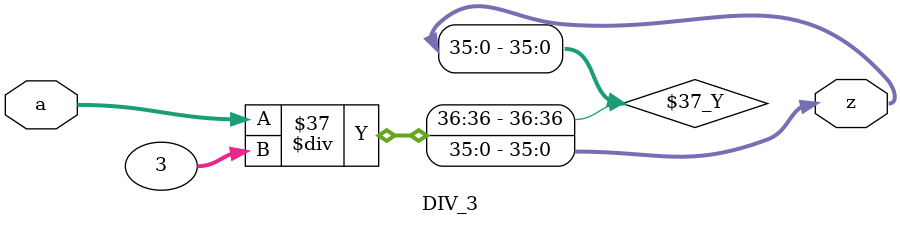
<source format=v>

`ifdef RTL
	`include "GATED_OR.v"
`else
	`include "Netlist/GATED_OR_SYN.v"
`endif
// synopsys translate_on

module SAD(
    //Input signals
    clk,
    rst_n,
    cg_en,
    in_valid,
	in_data1,
    T,
    in_data2,
    w_Q,
    w_K,
    w_V,

    //Output signals
    out_valid,
    out_data
    );

input clk;
input rst_n;
input in_valid;
input cg_en;
input signed [5:0] in_data1;
input [3:0] T;
input signed [7:0] in_data2;
input signed [7:0] w_Q;
input signed [7:0] w_K;
input signed [7:0] w_V;

output reg out_valid;
output reg signed [91:0] out_data;

//==============================================//
//       parameter & integer declaration        //
//==============================================//
parameter d_model = 'd8;

genvar k;

//==============================================//
//           reg & wire declaration             //
//==============================================//

reg [8:0] cnt_clk, next_cnt_clk;  // 0 ~ 307 (9 bits)
reg [6:0] handle_cycles_t8;   // 1*8 or 4*8 or 8*8 = 8 ~ 64
reg [6:0] handle_cycles_tt;   // 1*1 or 4*4 or 8*8 = 1 ~ 64
reg [8:0] QK_start_cycle;
reg [8:0] SV_start_cycle;
reg [8:0] out_start_cycle;
reg [8:0] end_cycle;     // max = 307 ??

// ----------------- input buffer -----------------
wire in_data1_valid, in_data2_valid, Q_valid, K_valid, V_valid;

reg signed [5:0] in_data1_reg [0:15];
reg [3:0] T_reg;
wire signed [7:0] in_data2_reg [0:63];
wire signed [7:0] w_Q_reg [0:63];
wire signed [7:0] w_K_reg [0:63];
wire signed [7:0] w_V_reg [0:63];

// ----------------- det -----------------
reg [3:0] det_cnt;    // 0 ~ 11
wire is_det;
reg  is_det_d1, is_det_d2, is_det_d3;

reg signed [20:0] det_tmp;   // 21-bit
reg signed [24:0] det_result;

// ----------------- matrix multiply -----------------
reg [4:0] mult_cnt_small;   // 0~191
reg [4:0] mult_cnt_small_d1;
wire is_multiplying;
wire Q_mult, K_mult, V_mult;
reg  Q_mult_d1, K_mult_d1, V_mult_d1;

wire signed [7:0] w_Q_transpose [0:63];
wire signed [7:0] w_K_transpose [0:63];
wire signed [7:0] w_V_transpose [0:63];

wire is_QK;
reg [5:0] mult_cnt_QK, mult_cnt_QK_d1, mult_cnt_QK_d2, mult_cnt_QK_d3;

reg signed [37:0] A_tmp;     // 38-bit
wire signed [36:0] A_pos;     // 37-bit

reg [36:0] div_a;   // 37-bit, all positive, unsigned
reg [35:0] div_z;   // 36-bit

reg signed [36:0] S_reg [0:63];

wire is_SV;
reg is_SV_d1;
reg [7:0] mult_cnt_SV;   // 0~191

wire signed [18:0] V_transpose [0:63];

// ----------------- mult -----------------
reg signed [7:0]  mult_s1_a [0:7];
reg signed [7:0]  mult_s1_b [0:7];
reg signed [15:0] mult_s1_z [0:7];

reg signed [7:0]  mult_s2_a [0:7];
reg signed [7:0]  mult_s2_b [0:7];
reg signed [15:0] mult_s2_z [0:7];

reg signed [18:0] mult_b_a [0:7];
wire signed [36:0] mult_b_b [0:7];
reg signed [53:0] mult_b_z [0:7];

reg signed [24:0] mult_f_a;
reg signed [53:0] mult_f_b;
reg signed [91:0] mult_f_z;

wire signed [18:0] Q_reg [0:63], K_reg [0:63], V_reg [0:63];     // 19-bit

//==============================================//
//                  design                      //
//==============================================//

wire the_end = (cnt_clk == end_cycle);

// reg [8:0] cnt_clk;  // 0 ~ 307 (9 bits)
always @(posedge clk or negedge rst_n) begin
	if (!rst_n) cnt_clk <= 7'b0;
	else cnt_clk <= next_cnt_clk;
end

// reg [8:0] next_cnt_clk;  // 0 ~ 307 (9 bits)
always @(*) begin
    next_cnt_clk = cnt_clk;
    if      (the_end)                    next_cnt_clk = 9'b0;
    else if (cnt_clk > 9'b0 || in_valid) next_cnt_clk = cnt_clk + 9'd1;
end

// ----------------- input -----------------

// wire in_data1_valid, in_data2_valid, Q_valid, K_valid, V_valid;
assign in_data1_valid = in_valid && cnt_clk < 9'd16;
assign in_data2_valid = in_valid && cnt_clk < ({3'd0, T_reg} << 3);
assign Q_valid = in_valid &&                     cnt_clk < 9'd64;
assign K_valid = in_valid && cnt_clk > 9'd63  && cnt_clk < 9'd128;
assign V_valid = in_valid && cnt_clk > 9'd127 && cnt_clk < 9'd192;

// reg [3:0] T_reg;
always @(posedge clk or negedge rst_n) begin
    if      (!rst_n)                      T_reg <= 4'd0;
    else if (in_valid && cnt_clk == 9'd0) T_reg <= T;
end

// reg [6:0] handle_cycles_t8;   // 1*8 or 4*8 or 8*8 = 8 ~ 64
always @(*) begin
    case (T_reg)
        1:       handle_cycles_t8 = 7'd8;
        4:       handle_cycles_t8 = 7'd32;
        default: handle_cycles_t8 = 7'd64;
    endcase
end
// reg [6:0] handle_cycles_tt;   // 1*1 or 4*4 or 8*8 = 1 ~ 64
always @(*) begin
    case (T_reg)
        1:       handle_cycles_tt = 7'd1;
        4:       handle_cycles_tt = 7'd32;
        default: handle_cycles_tt = 7'd64;
    endcase
end

// reg [8:0] QK_start_cycle;
always @(*) begin
    case (T_reg)
        1:       QK_start_cycle = 9'd190;
        4:       QK_start_cycle = 9'd148;
        default: QK_start_cycle = 9'd148;
    endcase
end

// reg [8:0] SV_start_cycle;
always @(*) begin
    case (T_reg)
        1:       SV_start_cycle = 9'd194;
        4:       SV_start_cycle = 9'd195;
        default: SV_start_cycle = 9'd212;
    endcase
end

// reg [8:0] out_start_cycle;
always @(*) begin
    case (T_reg)
        1:       out_start_cycle = 9'd196;
        4:       out_start_cycle = 9'd197;
        default: out_start_cycle = 9'd214;
    endcase
end

// reg [8:0] end_cycle;     // max = 307 ??
always @(*) begin
    case (T_reg)
        1:       end_cycle = 9'd204;
        4:       end_cycle = 9'd229;
        default: end_cycle = 9'd278;
    endcase
end

wire in_data1_clk;
wire in_data1_sleep = cg_en & ~(cnt_clk <= 27);
GATED_OR GATED_in_data1 (.CLOCK(clk), .SLEEP_CTRL(in_data1_sleep), .RST_N(rst_n), .CLOCK_GATED(in_data1_clk));

// reg signed [5:0] in_data1_reg [0:15];
always @(posedge in_data1_clk or negedge rst_n) begin
// always @(posedge clk or negedge rst_n) begin
    integer i;
    if (!rst_n) for (i = 0; i < 16; i  = i + 1) in_data1_reg[i] <= 6'd0;
    // ----------------- input -----------------
    else if (in_data1_valid) in_data1_reg[cnt_clk] <= in_data1;
    // -------------- determinent --------------
    else if (is_det) begin
        in_data1_reg[0] <= in_data1_reg[1];
        in_data1_reg[1] <= in_data1_reg[2];
        in_data1_reg[2] <= in_data1_reg[3];
        in_data1_reg[3] <= in_data1_reg[0];

        in_data1_reg[4] <= in_data1_reg[5];
        in_data1_reg[5] <= in_data1_reg[6];
        in_data1_reg[6] <= in_data1_reg[7];
        in_data1_reg[7] <= in_data1_reg[4];
        
        in_data1_reg[8] <= in_data1_reg[9];
        in_data1_reg[9] <= in_data1_reg[10];
        in_data1_reg[10] <= in_data1_reg[11];
        in_data1_reg[11] <= in_data1_reg[8];

        in_data1_reg[12] <= in_data1_reg[13];
        in_data1_reg[13] <= in_data1_reg[14];
        in_data1_reg[14] <= in_data1_reg[15];
        in_data1_reg[15] <= in_data1_reg[12];
    end
end

wire in_data2_clk_h1, in_data2_clk_h2;
wire in_data2_sleep = cg_en & ~(cnt_clk < ({3'd0, T_reg} << 3)) & ~(the_end);
GATED_OR GATED_in_data2_h1 (.CLOCK(clk), .SLEEP_CTRL(in_data2_sleep), .RST_N(rst_n), .CLOCK_GATED(in_data2_clk_h1));
GATED_OR GATED_in_data2_h2 (.CLOCK(clk), .SLEEP_CTRL(in_data2_sleep), .RST_N(rst_n), .CLOCK_GATED(in_data2_clk_h2));

reg signed [7:0] in_data2_reg_h1 [0:31], in_data2_reg_h2 [32:63];

// reg signed [7:0] in_data2_reg [0:63];
always @(posedge in_data2_clk_h1 or negedge rst_n) begin
// always @(posedge clk or negedge rst_n) begin
    integer i;
    if      (!rst_n)                            for (i = 0; i < 32; i  = i + 1) in_data2_reg_h1[i] <= 8'd0;
    else if (the_end)                           for (i = 8; i < 32; i  = i + 1) in_data2_reg_h1[i] <= 8'd0;
    else if (in_data2_valid && cnt_clk < 9'd32) in_data2_reg_h1[cnt_clk] <= in_data2;
end

always @(posedge in_data2_clk_h2 or negedge rst_n) begin
// always @(posedge clk or negedge rst_n) begin
    integer i;
    if      (!rst_n)                            for (i = 32; i < 64; i  = i + 1) in_data2_reg_h2[i] <= 8'd0;
    else if (the_end)                           for (i = 32; i < 64; i  = i + 1) in_data2_reg_h2[i] <= 8'd0;
    else if (in_data2_valid && cnt_clk > 9'd31) in_data2_reg_h2[cnt_clk] <= in_data2;
end

generate
    for (k = 0; k < 32; k = k + 1) begin: recover_in_data2_reg
        assign in_data2_reg[k]    = in_data2_reg_h1[k];
        assign in_data2_reg[k+32] = in_data2_reg_h2[k+32];
    end
endgenerate

wire w_Q_clk_h1, w_Q_clk_h2;
wire w_K_clk_h1, w_K_clk_h2;
wire w_V_clk_h1, w_V_clk_h2;
wire w_Q_sleep = cg_en & ~(cnt_clk < 9'd64);
wire w_K_sleep = cg_en & ~(cnt_clk > 9'd63  && cnt_clk < 9'd128);
wire w_V_sleep = cg_en & ~(cnt_clk > 9'd127 && cnt_clk < 9'd192);
GATED_OR GATED_w_Q_h1 (.CLOCK(clk), .SLEEP_CTRL(w_Q_sleep), .RST_N(rst_n), .CLOCK_GATED(w_Q_clk_h1));
GATED_OR GATED_w_K_h1 (.CLOCK(clk), .SLEEP_CTRL(w_K_sleep), .RST_N(rst_n), .CLOCK_GATED(w_K_clk_h1));
GATED_OR GATED_w_V_h1 (.CLOCK(clk), .SLEEP_CTRL(w_V_sleep), .RST_N(rst_n), .CLOCK_GATED(w_V_clk_h1));
GATED_OR GATED_w_Q_h2 (.CLOCK(clk), .SLEEP_CTRL(w_Q_sleep), .RST_N(rst_n), .CLOCK_GATED(w_Q_clk_h2));
GATED_OR GATED_w_K_h2 (.CLOCK(clk), .SLEEP_CTRL(w_K_sleep), .RST_N(rst_n), .CLOCK_GATED(w_K_clk_h2));
GATED_OR GATED_w_V_h2 (.CLOCK(clk), .SLEEP_CTRL(w_V_sleep), .RST_N(rst_n), .CLOCK_GATED(w_V_clk_h2));

reg signed [7:0] w_Q_reg_h1 [0:31], w_Q_reg_h2 [32:63];
reg signed [7:0] w_K_reg_h1 [0:31], w_K_reg_h2 [32:63];
reg signed [7:0] w_V_reg_h1 [0:31], w_V_reg_h2 [32:63];

generate
    for (k = 0; k < 32; k = k + 1) begin: recover_w_QKV_reg
        assign w_Q_reg[k] = w_Q_reg_h1[k];
        assign w_K_reg[k] = w_K_reg_h1[k];
        assign w_V_reg[k] = w_V_reg_h1[k];
        assign w_Q_reg[k+32] = w_Q_reg_h2[k+32];
        assign w_K_reg[k+32] = w_K_reg_h2[k+32];
        assign w_V_reg[k+32] = w_V_reg_h2[k+32];
    end
endgenerate

// reg signed [7:0] w_Q_reg [0:63];
always @(posedge w_Q_clk_h1 or negedge rst_n) begin
    integer i;
    if      (!rst_n)  for (i = 0; i < 32; i = i + 1) w_Q_reg_h1[i] <= 8'd0;
    else if (Q_valid && cnt_clk[5:0] < 6'd32) w_Q_reg_h1[cnt_clk[5:0]] <= w_Q;
end
always @(posedge w_Q_clk_h2 or negedge rst_n) begin
    integer i;
    if      (!rst_n)  for (i = 32; i < 64; i = i + 1) w_Q_reg_h2[i] <= 8'd0;
    else if (Q_valid && cnt_clk[5:0] > 6'd31) w_Q_reg_h2[cnt_clk[5:0]] <= w_Q;
end

// reg signed [7:0] w_K_reg [0:63];
always @(posedge w_K_clk_h1 or negedge rst_n) begin
    integer i;
    if      (!rst_n)  for (i = 0; i < 32; i = i + 1) w_K_reg_h1[i] <= 8'd0;
    else if (K_valid && cnt_clk[5:0] < 6'd32) w_K_reg_h1[cnt_clk[5:0]] <= w_K;
end
always @(posedge w_K_clk_h2 or negedge rst_n) begin
    integer i;
    if      (!rst_n)  for (i = 32; i < 64; i = i + 1) w_K_reg_h2[i] <= 8'd0;
    else if (K_valid && cnt_clk[5:0] > 6'd31) w_K_reg_h2[cnt_clk[5:0]] <= w_K;
end

// reg signed [7:0] w_V_reg [0:63];
always @(posedge w_V_clk_h1 or negedge rst_n) begin
    integer i;
    if      (!rst_n)  for (i = 0; i < 32; i = i + 1) w_V_reg_h1[i] <= 8'd0;
    else if (V_valid && cnt_clk[5:0] < 6'd32) w_V_reg_h1[cnt_clk[5:0]] <= w_V;
end
always @(posedge w_V_clk_h2 or negedge rst_n) begin
    integer i;
    if      (!rst_n)  for (i = 32; i < 64; i = i + 1) w_V_reg_h2[i] <= 8'd0;
    else if (V_valid && cnt_clk[5:0] > 6'd31) w_V_reg_h2[cnt_clk[5:0]] <= w_V;
end

// -------------- determinent --------------

wire det_cnt_clk;
wire det_cnt_sleep = cg_en & ~(is_det) & ~(the_end);
GATED_OR GATED_det_cnt (.CLOCK(clk), .SLEEP_CTRL(det_cnt_sleep), .RST_N(rst_n), .CLOCK_GATED(det_cnt_clk));

// reg [3:0] det_cnt;    // 0 ~ 11
always @(posedge det_cnt_clk or negedge rst_n) begin
// always @(posedge clk or negedge rst_n) begin
    if      (!rst_n) det_cnt <= 4'd0;
    else if (is_det) det_cnt <= det_cnt + 4'd1;
    else if (the_end) det_cnt <= 4'd0;
end

// wire is_det;
assign is_det = (cnt_clk >= 9'd16 && cnt_clk <= 9'd27);

wire is_det_d_clk;
wire is_det_d_sleep = cg_en & ~(cnt_clk >= 9'd16 && cnt_clk <= 9'd30);
GATED_OR GATED_is_det_d (.CLOCK(clk), .SLEEP_CTRL(is_det_d_sleep), .RST_N(rst_n), .CLOCK_GATED(is_det_d_clk));

// reg is_det_d1, is_det_d2, is_det_d3;
always @(posedge is_det_d_clk or negedge rst_n) begin
// always @(posedge clk or negedge rst_n) begin
    if (!rst_n) begin
        is_det_d1 <= 1'b0;
        is_det_d2 <= 1'b0;
        is_det_d3 <= 1'b0;
    end
    else begin
        is_det_d1 <= is_det;
        is_det_d2 <= is_det_d1;
        is_det_d3 <= is_det_d2;
    end
end

// + a0 a5 a10 a15
// - a1 a6 a11 a12
// + a2 a7 a8  a13
// - a3 a4 a9  a14

// + a0 a6 a11 a13
// - a1 a7 a8  a14
// + a2 a4 a9  a15
// - a3 a5 a10 a12

// + a0 a7 a9  a14
// - a1 a4 a10 a15
// + a2 a5 a11 a12
// - a3 a6 a8  a13

//--------------------

// - a0 a7 a10 a13
// + a1 a4 a11 a14 
// - a2 a5 a8  a15
// + a3 a6 a9  a12

// - a0 a5 a11 a14
// + a1 a6 a8  a15 
// - a2 a7 a9  a12
// + a3 a4 a10 a13 

// - a0 a6 a9  a15
// + a1 a7 a10 a12
// - a2 a4 a11 a13 
// + a3 a5 a8  a14

wire mult_s1_clk, mult_s2_clk;
wire mult_s1_sleep = cg_en & ~is_det & ~Q_mult & ~K_mult & ~V_mult & ~(the_end);
wire mult_s2_sleep = cg_en           & ~Q_mult & ~K_mult & ~V_mult & ~(the_end);
GATED_OR GATED_mult_s1 (.CLOCK(clk), .SLEEP_CTRL(mult_s1_sleep), .RST_N(rst_n), .CLOCK_GATED(mult_s1_clk));
GATED_OR GATED_mult_s2 (.CLOCK(clk), .SLEEP_CTRL(mult_s2_sleep), .RST_N(rst_n), .CLOCK_GATED(mult_s2_clk));

// reg signed [7:0] mult_s_a[0:7], mult_s_b[0:7]
always @(posedge mult_s1_clk or negedge rst_n) begin
// always @(posedge clk or negedge rst_n) begin
    integer i;
    if (!rst_n) begin
        for (i = 0; i < 8; i = i + 1) begin
            mult_s1_a[i] <= 8'd0;
            mult_s1_b[i] <= 8'd0;
        end
    end
    else if (is_det) begin
        case (det_cnt[3:2])
            2'd1: begin
                // -
                mult_s1_a[0] <= {{2{in_data1_reg[0][5]}},  in_data1_reg[0]};
                mult_s1_b[0] <= {{2{in_data1_reg[6][5]}},  in_data1_reg[6]};
                mult_s1_a[1] <= {{2{in_data1_reg[11][5]}}, in_data1_reg[11]};
                mult_s1_b[1] <= {{2{in_data1_reg[13][5]}}, in_data1_reg[13]};
                // +
                
                mult_s1_a[2] <= {{2{in_data1_reg[0][5]}},  in_data1_reg[0]};
                mult_s1_b[2] <= {{2{in_data1_reg[5][5]}},  in_data1_reg[5]};
                mult_s1_a[3] <= {{2{in_data1_reg[11][5]}}, in_data1_reg[11]};
                mult_s1_b[3] <= {{2{in_data1_reg[14][5]}}, in_data1_reg[14]};
            end
            2'd2: begin
                // +
                mult_s1_a[0] <= {{2{in_data1_reg[0][5]}},  in_data1_reg[0]};
                mult_s1_b[0] <= {{2{in_data1_reg[7][5]}},  in_data1_reg[7]};
                mult_s1_a[1] <= {{2{in_data1_reg[9][5]}},  in_data1_reg[9]};
                mult_s1_b[1] <= {{2{in_data1_reg[14][5]}}, in_data1_reg[14]};
                // -
                mult_s1_a[2] <= {{2{in_data1_reg[0][5]}},  in_data1_reg[0]};
                mult_s1_b[2] <= {{2{in_data1_reg[6][5]}},  in_data1_reg[6]};
                mult_s1_a[3] <= {{2{in_data1_reg[9][5]}},  in_data1_reg[9]};
                mult_s1_b[3] <= {{2{in_data1_reg[15][5]}}, in_data1_reg[15]};
            end
            default: begin      // 0 or 3
                // -
                mult_s1_a[0] <= {{2{in_data1_reg[0][5]}},  in_data1_reg[0]};
                mult_s1_b[0] <= {{2{in_data1_reg[5][5]}},  in_data1_reg[5]};
                mult_s1_a[1] <= {{2{in_data1_reg[10][5]}}, in_data1_reg[10]};
                mult_s1_b[1] <= {{2{in_data1_reg[15][5]}}, in_data1_reg[15]};
                // +
                mult_s1_a[2] <= {{2{in_data1_reg[0][5]}},  in_data1_reg[0]};
                mult_s1_b[2] <= {{2{in_data1_reg[7][5]}},  in_data1_reg[7]};
                mult_s1_a[3] <= {{2{in_data1_reg[10][5]}}, in_data1_reg[10]};
                mult_s1_b[3] <= {{2{in_data1_reg[13][5]}}, in_data1_reg[13]};
            end
        endcase
    end
    else if (Q_mult) begin
        mult_s1_a[0] <= in_data2_reg[{mult_cnt_small[4:3], 4'd0}];
        mult_s1_a[1] <= in_data2_reg[{mult_cnt_small[4:3], 4'd1}];
        mult_s1_a[2] <= in_data2_reg[{mult_cnt_small[4:3], 4'd2}];
        mult_s1_a[3] <= in_data2_reg[{mult_cnt_small[4:3], 4'd3}];
        mult_s1_a[4] <= in_data2_reg[{mult_cnt_small[4:3], 4'd4}];
        mult_s1_a[5] <= in_data2_reg[{mult_cnt_small[4:3], 4'd5}];
        mult_s1_a[6] <= in_data2_reg[{mult_cnt_small[4:3], 4'd6}];
        mult_s1_a[7] <= in_data2_reg[{mult_cnt_small[4:3], 4'd7}];

        mult_s1_b[0] <= w_Q_transpose[{mult_cnt_small[2:0], 3'd0}];
        mult_s1_b[1] <= w_Q_transpose[{mult_cnt_small[2:0], 3'd1}];
        mult_s1_b[2] <= w_Q_transpose[{mult_cnt_small[2:0], 3'd2}];
        mult_s1_b[3] <= w_Q_transpose[{mult_cnt_small[2:0], 3'd3}];
        mult_s1_b[4] <= w_Q_transpose[{mult_cnt_small[2:0], 3'd4}];
        mult_s1_b[5] <= w_Q_transpose[{mult_cnt_small[2:0], 3'd5}];
        mult_s1_b[6] <= w_Q_transpose[{mult_cnt_small[2:0], 3'd6}];
        mult_s1_b[7] <= w_Q_transpose[{mult_cnt_small[2:0], 3'd7}];
    end
    else if (K_mult) begin
        mult_s1_a[0] <= in_data2_reg[{mult_cnt_small[4:3], 4'd0}];
        mult_s1_a[1] <= in_data2_reg[{mult_cnt_small[4:3], 4'd1}];
        mult_s1_a[2] <= in_data2_reg[{mult_cnt_small[4:3], 4'd2}];
        mult_s1_a[3] <= in_data2_reg[{mult_cnt_small[4:3], 4'd3}];
        mult_s1_a[4] <= in_data2_reg[{mult_cnt_small[4:3], 4'd4}];
        mult_s1_a[5] <= in_data2_reg[{mult_cnt_small[4:3], 4'd5}];
        mult_s1_a[6] <= in_data2_reg[{mult_cnt_small[4:3], 4'd6}];
        mult_s1_a[7] <= in_data2_reg[{mult_cnt_small[4:3], 4'd7}];

        mult_s1_b[0] <= w_K_transpose[{mult_cnt_small[2:0], 3'd0}];
        mult_s1_b[1] <= w_K_transpose[{mult_cnt_small[2:0], 3'd1}];
        mult_s1_b[2] <= w_K_transpose[{mult_cnt_small[2:0], 3'd2}];
        mult_s1_b[3] <= w_K_transpose[{mult_cnt_small[2:0], 3'd3}];
        mult_s1_b[4] <= w_K_transpose[{mult_cnt_small[2:0], 3'd4}];
        mult_s1_b[5] <= w_K_transpose[{mult_cnt_small[2:0], 3'd5}];
        mult_s1_b[6] <= w_K_transpose[{mult_cnt_small[2:0], 3'd6}];
        mult_s1_b[7] <= w_K_transpose[{mult_cnt_small[2:0], 3'd7}];
    end
    else if (V_mult) begin
        mult_s1_a[0] <= in_data2_reg[{mult_cnt_small[4:3], 4'd0}];
        mult_s1_a[1] <= in_data2_reg[{mult_cnt_small[4:3], 4'd1}];
        mult_s1_a[2] <= in_data2_reg[{mult_cnt_small[4:3], 4'd2}];
        mult_s1_a[3] <= in_data2_reg[{mult_cnt_small[4:3], 4'd3}];
        mult_s1_a[4] <= in_data2_reg[{mult_cnt_small[4:3], 4'd4}];
        mult_s1_a[5] <= in_data2_reg[{mult_cnt_small[4:3], 4'd5}];
        mult_s1_a[6] <= in_data2_reg[{mult_cnt_small[4:3], 4'd6}];
        mult_s1_a[7] <= in_data2_reg[{mult_cnt_small[4:3], 4'd7}];

        mult_s1_b[0] <= w_V_transpose[{mult_cnt_small[2:0], 3'd0}];
        mult_s1_b[1] <= w_V_transpose[{mult_cnt_small[2:0], 3'd1}];
        mult_s1_b[2] <= w_V_transpose[{mult_cnt_small[2:0], 3'd2}];
        mult_s1_b[3] <= w_V_transpose[{mult_cnt_small[2:0], 3'd3}];
        mult_s1_b[4] <= w_V_transpose[{mult_cnt_small[2:0], 3'd4}];
        mult_s1_b[5] <= w_V_transpose[{mult_cnt_small[2:0], 3'd5}];
        mult_s1_b[6] <= w_V_transpose[{mult_cnt_small[2:0], 3'd6}];
        mult_s1_b[7] <= w_V_transpose[{mult_cnt_small[2:0], 3'd7}];
    end
    else if (the_end) begin
        for (i = 0; i < 8; i = i + 1) begin
            mult_s1_a[i] <= 8'd0;
            mult_s1_b[i] <= 8'd0;
        end
    end
end
// reg signed [7:0] mult_s_a[0:7], mult_s_b[0:7]
always @(posedge mult_s2_clk or negedge rst_n) begin
// always @(posedge clk or negedge rst_n) begin
    integer i;
    if (!rst_n) begin
        for (i = 0; i < 8; i = i + 1) begin
            mult_s2_a[i] <= 8'd0;
            mult_s2_b[i] <= 8'd0;
        end
    end
    else if (Q_mult) begin
        mult_s2_a[0] <= in_data2_reg[{mult_cnt_small[4:3], 1'b1, 3'd0}];
        mult_s2_a[1] <= in_data2_reg[{mult_cnt_small[4:3], 1'b1, 3'd1}];
        mult_s2_a[2] <= in_data2_reg[{mult_cnt_small[4:3], 1'b1, 3'd2}];
        mult_s2_a[3] <= in_data2_reg[{mult_cnt_small[4:3], 1'b1, 3'd3}];
        mult_s2_a[4] <= in_data2_reg[{mult_cnt_small[4:3], 1'b1, 3'd4}];
        mult_s2_a[5] <= in_data2_reg[{mult_cnt_small[4:3], 1'b1, 3'd5}];
        mult_s2_a[6] <= in_data2_reg[{mult_cnt_small[4:3], 1'b1, 3'd6}];
        mult_s2_a[7] <= in_data2_reg[{mult_cnt_small[4:3], 1'b1, 3'd7}];

        mult_s2_b[0] <= w_Q_transpose[{mult_cnt_small[2:0], 3'd0}];
        mult_s2_b[1] <= w_Q_transpose[{mult_cnt_small[2:0], 3'd1}];
        mult_s2_b[2] <= w_Q_transpose[{mult_cnt_small[2:0], 3'd2}];
        mult_s2_b[3] <= w_Q_transpose[{mult_cnt_small[2:0], 3'd3}];
        mult_s2_b[4] <= w_Q_transpose[{mult_cnt_small[2:0], 3'd4}];
        mult_s2_b[5] <= w_Q_transpose[{mult_cnt_small[2:0], 3'd5}];
        mult_s2_b[6] <= w_Q_transpose[{mult_cnt_small[2:0], 3'd6}];
        mult_s2_b[7] <= w_Q_transpose[{mult_cnt_small[2:0], 3'd7}];
    end
    else if (K_mult) begin
        mult_s2_a[0] <= in_data2_reg[{mult_cnt_small[4:3], 1'b1, 3'd0}];
        mult_s2_a[1] <= in_data2_reg[{mult_cnt_small[4:3], 1'b1, 3'd1}];
        mult_s2_a[2] <= in_data2_reg[{mult_cnt_small[4:3], 1'b1, 3'd2}];
        mult_s2_a[3] <= in_data2_reg[{mult_cnt_small[4:3], 1'b1, 3'd3}];
        mult_s2_a[4] <= in_data2_reg[{mult_cnt_small[4:3], 1'b1, 3'd4}];
        mult_s2_a[5] <= in_data2_reg[{mult_cnt_small[4:3], 1'b1, 3'd5}];
        mult_s2_a[6] <= in_data2_reg[{mult_cnt_small[4:3], 1'b1, 3'd6}];
        mult_s2_a[7] <= in_data2_reg[{mult_cnt_small[4:3], 1'b1, 3'd7}];

        mult_s2_b[0] <= w_K_transpose[{mult_cnt_small[2:0], 3'd0}];
        mult_s2_b[1] <= w_K_transpose[{mult_cnt_small[2:0], 3'd1}];
        mult_s2_b[2] <= w_K_transpose[{mult_cnt_small[2:0], 3'd2}];
        mult_s2_b[3] <= w_K_transpose[{mult_cnt_small[2:0], 3'd3}];
        mult_s2_b[4] <= w_K_transpose[{mult_cnt_small[2:0], 3'd4}];
        mult_s2_b[5] <= w_K_transpose[{mult_cnt_small[2:0], 3'd5}];
        mult_s2_b[6] <= w_K_transpose[{mult_cnt_small[2:0], 3'd6}];
        mult_s2_b[7] <= w_K_transpose[{mult_cnt_small[2:0], 3'd7}];
    end
    else if (V_mult) begin
        mult_s2_a[0] <= in_data2_reg[{mult_cnt_small[4:3], 1'b1, 3'd0}];
        mult_s2_a[1] <= in_data2_reg[{mult_cnt_small[4:3], 1'b1, 3'd1}];
        mult_s2_a[2] <= in_data2_reg[{mult_cnt_small[4:3], 1'b1, 3'd2}];
        mult_s2_a[3] <= in_data2_reg[{mult_cnt_small[4:3], 1'b1, 3'd3}];
        mult_s2_a[4] <= in_data2_reg[{mult_cnt_small[4:3], 1'b1, 3'd4}];
        mult_s2_a[5] <= in_data2_reg[{mult_cnt_small[4:3], 1'b1, 3'd5}];
        mult_s2_a[6] <= in_data2_reg[{mult_cnt_small[4:3], 1'b1, 3'd6}];
        mult_s2_a[7] <= in_data2_reg[{mult_cnt_small[4:3], 1'b1, 3'd7}];

        mult_s2_b[0] <= w_V_transpose[{mult_cnt_small[2:0], 3'd0}];
        mult_s2_b[1] <= w_V_transpose[{mult_cnt_small[2:0], 3'd1}];
        mult_s2_b[2] <= w_V_transpose[{mult_cnt_small[2:0], 3'd2}];
        mult_s2_b[3] <= w_V_transpose[{mult_cnt_small[2:0], 3'd3}];
        mult_s2_b[4] <= w_V_transpose[{mult_cnt_small[2:0], 3'd4}];
        mult_s2_b[5] <= w_V_transpose[{mult_cnt_small[2:0], 3'd5}];
        mult_s2_b[6] <= w_V_transpose[{mult_cnt_small[2:0], 3'd6}];
        mult_s2_b[7] <= w_V_transpose[{mult_cnt_small[2:0], 3'd7}];
    end
    else if (the_end) begin
        for (i = 0; i < 8; i = i + 1) begin
            mult_s2_a[i] <= 8'd0;
            mult_s2_b[i] <= 8'd0;
        end
    end
end

wire mult_b_a_clk, mult_b_b_clk_h1, mult_b_b_clk_h2;
wire mult_b_sleep = cg_en & ~is_det_d1 & ~is_QK & ~is_SV & ~(the_end);
// GATED_OR GATED_mult_b_a (.CLOCK(clk), .SLEEP_CTRL(mult_b_sleep), .RST_N(rst_n), .CLOCK_GATED(mult_b_a_clk));
GATED_OR GATED_mult_b_b_h1 (.CLOCK(clk), .SLEEP_CTRL(mult_b_sleep), .RST_N(rst_n), .CLOCK_GATED(mult_b_b_clk_h1));
GATED_OR GATED_mult_b_b_h2 (.CLOCK(clk), .SLEEP_CTRL(mult_b_sleep), .RST_N(rst_n), .CLOCK_GATED(mult_b_b_clk_h2));

reg signed [36:0] mult_b_b_h1[0:3], mult_b_b_h2[4:7];

generate
    for (k = 0; k < 4; k = k + 1) begin: recover_mult_b_b
        assign mult_b_b[k]   = mult_b_b_h1[k];
        assign mult_b_b[k+4] = mult_b_b_h2[k+4];
    end
endgenerate

// reg signed [18:0] mult_b_a[0:7]
// reg signed [36:0] mult_b_b[0:7]
// always @(posedge mult_b_a_clk or negedge rst_n) begin        // may wrong
always @(posedge clk or negedge rst_n) begin
    integer i;
    if (!rst_n) begin
        for (i = 0; i < 8; i = i + 1) begin
            mult_b_a[i] <= 19'd0;
        end
    end
    else if (is_det_d1) begin
        mult_b_a[0] <= {{ 3{mult_s1_z[0][15]}}, mult_s1_z[0]};
        mult_b_a[1] <= {{ 3{mult_s1_z[2][15]}}, mult_s1_z[2]};
        for (i = 2; i < 8; i = i + 1) begin
            mult_b_a[i] <= 19'd0;
        end
    end
    else if (is_QK) begin
        mult_b_a[0] <= Q_reg[{mult_cnt_QK[5:3], 3'd0}];
        mult_b_a[1] <= Q_reg[{mult_cnt_QK[5:3], 3'd1}];
        mult_b_a[2] <= Q_reg[{mult_cnt_QK[5:3], 3'd2}];
        mult_b_a[3] <= Q_reg[{mult_cnt_QK[5:3], 3'd3}];
        mult_b_a[4] <= Q_reg[{mult_cnt_QK[5:3], 3'd4}];
        mult_b_a[5] <= Q_reg[{mult_cnt_QK[5:3], 3'd5}];
        mult_b_a[6] <= Q_reg[{mult_cnt_QK[5:3], 3'd6}];
        mult_b_a[7] <= Q_reg[{mult_cnt_QK[5:3], 3'd7}];
    end
    else if (is_SV) begin
        mult_b_a[0] <= V_transpose[{mult_cnt_SV[2:0], 3'd0}];  // 19-bit
        mult_b_a[1] <= V_transpose[{mult_cnt_SV[2:0], 3'd1}];
        mult_b_a[2] <= V_transpose[{mult_cnt_SV[2:0], 3'd2}];
        mult_b_a[3] <= V_transpose[{mult_cnt_SV[2:0], 3'd3}];
        mult_b_a[4] <= V_transpose[{mult_cnt_SV[2:0], 3'd4}];
        mult_b_a[5] <= V_transpose[{mult_cnt_SV[2:0], 3'd5}];
        mult_b_a[6] <= V_transpose[{mult_cnt_SV[2:0], 3'd6}];
        mult_b_a[7] <= V_transpose[{mult_cnt_SV[2:0], 3'd7}];
    end
    else if (the_end) begin
        for (i = 0; i < 8; i = i + 1) begin
            mult_b_a[i] <= 19'd0;
        end
    end
end
always @(posedge mult_b_b_clk_h1 or negedge rst_n) begin
// always @(posedge clk or negedge rst_n) begin
    integer i;
    if (!rst_n) begin
        for (i = 0; i < 4; i = i + 1) begin
            mult_b_b_h1[i] <= 37'd0;
        end
    end
    else if (is_det_d1) begin
        mult_b_b_h1[0] <= {{21{mult_s1_z[1][15]}}, mult_s1_z[1]};
        mult_b_b_h1[1] <= {{21{mult_s1_z[3][15]}}, mult_s1_z[3]};
        mult_b_b_h1[2] <= 37'd0;
        mult_b_b_h1[3] <= 37'd0;
    end
    else if (is_QK) begin
        mult_b_b_h1[0] <= {{18{K_reg[{mult_cnt_QK[2:0], 3'd0}][18]}}, K_reg[{mult_cnt_QK[2:0], 3'd0}]};
        mult_b_b_h1[1] <= {{18{K_reg[{mult_cnt_QK[2:0], 3'd1}][18]}}, K_reg[{mult_cnt_QK[2:0], 3'd1}]};
        mult_b_b_h1[2] <= {{18{K_reg[{mult_cnt_QK[2:0], 3'd2}][18]}}, K_reg[{mult_cnt_QK[2:0], 3'd2}]};
        mult_b_b_h1[3] <= {{18{K_reg[{mult_cnt_QK[2:0], 3'd3}][18]}}, K_reg[{mult_cnt_QK[2:0], 3'd3}]};
    end
    else if (is_SV) begin
        mult_b_b_h1[0] <= S_reg[{mult_cnt_SV[5:3], 3'd0}];        // 37-bit
        mult_b_b_h1[1] <= S_reg[{mult_cnt_SV[5:3], 3'd1}];
        mult_b_b_h1[2] <= S_reg[{mult_cnt_SV[5:3], 3'd2}];
        mult_b_b_h1[3] <= S_reg[{mult_cnt_SV[5:3], 3'd3}];
    end
    else if (the_end) begin
        for (i = 0; i < 4; i = i + 1) begin
            mult_b_b_h1[i] <= 37'd0;
        end
    end
end
always @(posedge mult_b_b_clk_h2 or negedge rst_n) begin
// always @(posedge clk or negedge rst_n) begin
    integer i;
    if (!rst_n) begin
        for (i = 4; i < 8; i = i + 1) begin
            mult_b_b_h2[i] <= 37'd0;
        end
    end
    else if (is_det_d1) begin
        mult_b_b_h2[4] <= 37'd0;
        mult_b_b_h2[5] <= 37'd0;
        mult_b_b_h2[6] <= 37'd0;
        mult_b_b_h2[7] <= 37'd0;
    end
    else if (is_QK) begin
        mult_b_b_h2[4] <= {{18{K_reg[{mult_cnt_QK[2:0], 3'd4}][18]}}, K_reg[{mult_cnt_QK[2:0], 3'd4}]};
        mult_b_b_h2[5] <= {{18{K_reg[{mult_cnt_QK[2:0], 3'd5}][18]}}, K_reg[{mult_cnt_QK[2:0], 3'd5}]};
        mult_b_b_h2[6] <= {{18{K_reg[{mult_cnt_QK[2:0], 3'd6}][18]}}, K_reg[{mult_cnt_QK[2:0], 3'd6}]};
        mult_b_b_h2[7] <= {{18{K_reg[{mult_cnt_QK[2:0], 3'd7}][18]}}, K_reg[{mult_cnt_QK[2:0], 3'd7}]};
    end
    else if (is_SV) begin
        mult_b_b_h2[4] <= S_reg[{mult_cnt_SV[5:3], 3'd4}];
        mult_b_b_h2[5] <= S_reg[{mult_cnt_SV[5:3], 3'd5}];
        mult_b_b_h2[6] <= S_reg[{mult_cnt_SV[5:3], 3'd6}];
        mult_b_b_h2[7] <= S_reg[{mult_cnt_SV[5:3], 3'd7}];
    end
    else if (the_end) begin
        for (i = 4; i < 8; i = i + 1) begin
            mult_b_b_h2[i] <= 37'd0;
        end
    end
end

// reg signed [20:0] det_tmp;   // 21-bit
always @(posedge clk or negedge rst_n) begin
    if      (!rst_n)     det_tmp <= 21'd0;
    else if (is_det_d2) begin
        if (~cnt_clk[0]) det_tmp <= mult_b_z[0] - mult_b_z[1];
        else             det_tmp <= mult_b_z[1] - mult_b_z[0];
    end
end

// reg signed [24:0] det_result;
always @(posedge clk or negedge rst_n) begin
    if      (!rst_n)    det_result <= 25'd0;
    else if (is_det_d3) det_result <= det_result + det_tmp;
    else if (the_end)   det_result <= 25'd0;
end

// -------------- attention --------------

assign Q_mult = cnt_clk >= 9'd57  && cnt_clk <= 9'd88;
assign K_mult = cnt_clk >= 9'd121 && cnt_clk <= 9'd152;
assign V_mult = cnt_clk >= 9'd185 && cnt_clk < (T_reg[0] ? 9'd193 : (9'd185 + (handle_cycles_t8>>1)));

// reg Q_mult_d1, K_mult_d1, V_mult_d1;
always @(posedge clk or negedge rst_n) begin
    if (!rst_n) begin
        Q_mult_d1 <= 1'b0;
        K_mult_d1 <= 1'b0;
        V_mult_d1 <= 1'b0;
    end
    else begin
        Q_mult_d1 <= Q_mult;
        K_mult_d1 <= K_mult;
        V_mult_d1 <= V_mult;
    end
end

// wire is_multiplying;
assign is_multiplying = (Q_mult || K_mult || V_mult);

// reg [4:0] mult_cnt_small;   // 0~191
always @(posedge clk or negedge rst_n) begin
    if      (!rst_n)               mult_cnt_small <= 5'd0;
    else if (is_multiplying)       mult_cnt_small <= mult_cnt_small + 5'd1;
    else if (the_end) mult_cnt_small <= 5'd0;
end

// reg [7:0] mult_cnt_small_d1;   // 0~191
always @(posedge clk or negedge rst_n) begin
    if (!rst_n) mult_cnt_small_d1 <= 5'd0;
    else        mult_cnt_small_d1 <= mult_cnt_small;
end

// wire signed [7:0] w_Q_transpose [0:63];
// wire signed [7:0] w_K_transpose [0:63];
// wire signed [7:0] w_V_transpose [0:63];
generate
    for (k = 0; k < 64; k = k + 1) begin: transpose_weight
        assign w_Q_transpose[k] = w_Q_reg[k/8 + 8*(k%8)];
        assign w_K_transpose[k] = w_K_reg[k/8 + 8*(k%8)];
        assign w_V_transpose[k] = w_V_reg[k/8 + 8*(k%8)];
    end
endgenerate

wire Q_reg_clk_h1, Q_reg_clk_h2;
wire V_reg_clk_h1, V_reg_clk_h2;
wire K_reg_clk_h1, K_reg_clk_h2;
wire Q_reg_sleep = cg_en & ~Q_mult_d1 & ~the_end;
wire K_reg_sleep = cg_en & ~K_mult_d1 & ~the_end;
wire V_reg_sleep = cg_en & ~V_mult_d1 & ~the_end;
GATED_OR GATED_Q_reg_h1 (.CLOCK(clk), .SLEEP_CTRL(Q_reg_sleep), .RST_N(rst_n), .CLOCK_GATED(Q_reg_clk_h1));
GATED_OR GATED_Q_reg_h2 (.CLOCK(clk), .SLEEP_CTRL(Q_reg_sleep), .RST_N(rst_n), .CLOCK_GATED(Q_reg_clk_h2));
GATED_OR GATED_K_reg_h1 (.CLOCK(clk), .SLEEP_CTRL(K_reg_sleep), .RST_N(rst_n), .CLOCK_GATED(K_reg_clk_h1));
GATED_OR GATED_K_reg_h2 (.CLOCK(clk), .SLEEP_CTRL(K_reg_sleep), .RST_N(rst_n), .CLOCK_GATED(K_reg_clk_h2));
GATED_OR GATED_V_reg_h1 (.CLOCK(clk), .SLEEP_CTRL(V_reg_sleep), .RST_N(rst_n), .CLOCK_GATED(V_reg_clk_h1));
GATED_OR GATED_V_reg_h2 (.CLOCK(clk), .SLEEP_CTRL(V_reg_sleep), .RST_N(rst_n), .CLOCK_GATED(V_reg_clk_h2));

reg signed [18:0] Q_reg_h1 [0:31], Q_reg_h2 [32:63];
reg signed [18:0] K_reg_h1 [0:31], K_reg_h2 [32:63];
reg signed [18:0] V_reg_h1 [0:31], V_reg_h2 [32:63];

generate
    for (k = 0; k < 32; k = k + 1) begin: recover_QKV_reg
        assign Q_reg[k]    = Q_reg_h1[k];
        assign K_reg[k]    = K_reg_h1[k];
        assign V_reg[k]    = V_reg_h1[k];
        assign Q_reg[k+32] = Q_reg_h2[k+32];
        assign K_reg[k+32] = K_reg_h2[k+32];
        assign V_reg[k+32] = V_reg_h2[k+32];
    end
endgenerate

wire [5:0] QKV_idx_s1 = {mult_cnt_small_d1[4:3], 1'b0, mult_cnt_small_d1[2:0]};
wire [5:0] QKV_idx_s2 = {mult_cnt_small_d1[4:3], 1'b1, mult_cnt_small_d1[2:0]};

// reg signed [18:0] Q_reg [0:63]     // 19-bit
always @(posedge Q_reg_clk_h1 or negedge rst_n) begin
    integer i;
    if (!rst_n) begin
        for (i = 0; i < 32; i = i + 1) Q_reg_h1[i] <= 19'd0;
    end
    else if (Q_mult_d1 && QKV_idx_s1 < 6'd32 && QKV_idx_s2 < 6'd32) begin
        Q_reg_h1[QKV_idx_s1] <= mult_s1_z[0] + mult_s1_z[1] + mult_s1_z[2] + mult_s1_z[3] + mult_s1_z[4] + mult_s1_z[5] + mult_s1_z[6] + mult_s1_z[7];
        Q_reg_h1[QKV_idx_s2] <= mult_s2_z[0] + mult_s2_z[1] + mult_s2_z[2] + mult_s2_z[3] + mult_s2_z[4] + mult_s2_z[5] + mult_s2_z[6] + mult_s2_z[7];
    end
    else if (the_end) begin
        for (i = 0; i < 32; i = i + 1) Q_reg_h1[i] <= 19'd0;
    end
end
always @(posedge Q_reg_clk_h2 or negedge rst_n) begin
    integer i;
    if (!rst_n) begin
        for (i = 32; i < 64; i = i + 1) Q_reg_h2[i] <= 19'd0;
    end
    else if (Q_mult_d1 && QKV_idx_s1 > 6'd31 && QKV_idx_s2 > 6'd31) begin
        Q_reg_h2[QKV_idx_s1] <= mult_s1_z[0] + mult_s1_z[1] + mult_s1_z[2] + mult_s1_z[3] + mult_s1_z[4] + mult_s1_z[5] + mult_s1_z[6] + mult_s1_z[7];
        Q_reg_h2[QKV_idx_s2] <= mult_s2_z[0] + mult_s2_z[1] + mult_s2_z[2] + mult_s2_z[3] + mult_s2_z[4] + mult_s2_z[5] + mult_s2_z[6] + mult_s2_z[7];
    end
    else if (the_end) begin
        for (i = 32; i < 64; i = i + 1) Q_reg_h2[i] <= 19'd0;
    end
end

// reg signed [18:0] K_reg [0:63]     // 19-bit
always @(posedge K_reg_clk_h1 or negedge rst_n) begin
    integer i;
    if (!rst_n) begin
        for (i = 0; i < 32; i = i + 1) K_reg_h1[i] <= 19'd0;
    end
    else if (K_mult_d1 && QKV_idx_s1 < 6'd32 && QKV_idx_s2 < 6'd32) begin
        K_reg_h1[QKV_idx_s1] <= mult_s1_z[0] + mult_s1_z[1] + mult_s1_z[2] + mult_s1_z[3] + mult_s1_z[4] + mult_s1_z[5] + mult_s1_z[6] + mult_s1_z[7];
        K_reg_h1[QKV_idx_s2] <= mult_s2_z[0] + mult_s2_z[1] + mult_s2_z[2] + mult_s2_z[3] + mult_s2_z[4] + mult_s2_z[5] + mult_s2_z[6] + mult_s2_z[7];
    end
    else if (the_end) begin
        for (i = 0; i < 32; i = i + 1) K_reg_h1[i] <= 19'd0;
    end
end
always @(posedge K_reg_clk_h2 or negedge rst_n) begin
    integer i;
    if (!rst_n) begin
        for (i = 32; i < 64; i = i + 1) K_reg_h2[i] <= 19'd0;
    end
    else if (K_mult_d1 && QKV_idx_s1 > 6'd31 && QKV_idx_s2 > 6'd31) begin
        K_reg_h2[QKV_idx_s1] <= mult_s1_z[0] + mult_s1_z[1] + mult_s1_z[2] + mult_s1_z[3] + mult_s1_z[4] + mult_s1_z[5] + mult_s1_z[6] + mult_s1_z[7];
        K_reg_h2[QKV_idx_s2] <= mult_s2_z[0] + mult_s2_z[1] + mult_s2_z[2] + mult_s2_z[3] + mult_s2_z[4] + mult_s2_z[5] + mult_s2_z[6] + mult_s2_z[7];
    end
    else if (the_end) begin
        for (i = 32; i < 64; i = i + 1) K_reg_h2[i] <= 19'd0;
    end
end

// reg signed [18:0] V_reg [0:63];     // 19-bit
always @(posedge V_reg_clk_h1 or negedge rst_n) begin
    integer i;
    if (!rst_n) begin
        for (i = 0; i < 32; i = i + 1) V_reg_h1[i] <= 19'd0;
    end
    else if (V_mult_d1 && QKV_idx_s1 < 6'd32 && QKV_idx_s2 < 6'd32) begin
        V_reg_h1[QKV_idx_s1] <= mult_s1_z[0] + mult_s1_z[1] + mult_s1_z[2] + mult_s1_z[3] + mult_s1_z[4] + mult_s1_z[5] + mult_s1_z[6] + mult_s1_z[7];
        V_reg_h1[QKV_idx_s2] <= mult_s2_z[0] + mult_s2_z[1] + mult_s2_z[2] + mult_s2_z[3] + mult_s2_z[4] + mult_s2_z[5] + mult_s2_z[6] + mult_s2_z[7];
    end
    else if (the_end) begin
        for (i = 0; i < 32; i = i + 1) V_reg_h1[i] <= 19'd0;
    end
end
always @(posedge V_reg_clk_h2 or negedge rst_n) begin
    integer i;
    if (!rst_n) begin
        for (i = 32; i < 64; i = i + 1) V_reg_h2[i] <= 19'd0;
    end
    else if (V_mult_d1 && QKV_idx_s1 > 6'd31 && QKV_idx_s2 > 6'd31) begin
        V_reg_h2[QKV_idx_s1] <= mult_s1_z[0] + mult_s1_z[1] + mult_s1_z[2] + mult_s1_z[3] + mult_s1_z[4] + mult_s1_z[5] + mult_s1_z[6] + mult_s1_z[7];
        V_reg_h2[QKV_idx_s2] <= mult_s2_z[0] + mult_s2_z[1] + mult_s2_z[2] + mult_s2_z[3] + mult_s2_z[4] + mult_s2_z[5] + mult_s2_z[6] + mult_s2_z[7];
    end
    else if (the_end) begin
        for (i = 32; i < 64; i = i + 1) V_reg_h2[i] <= 19'd0;
    end
end

// -------------- QK^T --------------

// reg [7:0] mult_cnt_QK;   // 0~191
always @(posedge clk or negedge rst_n) begin
    if      (!rst_n) mult_cnt_QK <= 8'd0;
    else if (is_QK)  mult_cnt_QK <= mult_cnt_QK + 8'd1;
    else             mult_cnt_QK <= 8'd0;
end

// wire is_QK;
assign is_QK = (cnt_clk >= QK_start_cycle) && (cnt_clk < QK_start_cycle + handle_cycles_tt);

reg is_QK_d1, is_QK_d2, is_QK_d3;
// reg is_QK_d1, is_QK_d2, is_QK_d3;
always @(posedge clk or negedge rst_n) begin
    if (!rst_n) begin
        is_QK_d1 <= 8'd0;
        is_QK_d2 <= 8'd0;
        is_QK_d3 <= 8'd0;
    end
    else begin
        is_QK_d1 <= is_QK;
        is_QK_d2 <= is_QK_d1;
        is_QK_d3 <= is_QK_d2;
    end
end

// reg [7:0] mult_cnt_QK_d1, mult_cnt_QK_d2, mult_cnt_QK_d3;   // 0~191
always @(posedge clk or negedge rst_n) begin
    if (!rst_n) begin
        mult_cnt_QK_d1 <= 8'd0;
        mult_cnt_QK_d2 <= 8'd0;
        mult_cnt_QK_d3 <= 8'd0;
    end
    else begin
        mult_cnt_QK_d1 <= mult_cnt_QK;
        mult_cnt_QK_d2 <= mult_cnt_QK_d1;
        mult_cnt_QK_d3 <= mult_cnt_QK_d2;
    end
end

// reg signed [37:0] A_tmp;     // 38-bit
always @(posedge clk or negedge rst_n) begin
    if      (!rst_n)   A_tmp <= 38'd0;
    else if (is_QK_d1) A_tmp <= mult_b_z[0] + mult_b_z[1] + mult_b_z[2] + mult_b_z[3] + mult_b_z[4] + mult_b_z[5] + mult_b_z[6] + mult_b_z[7];
    else if (the_end)  A_tmp <= 38'd0;
end

// wire signed [36:0] A_pos;     // 37-bit
assign A_pos = ({37{~A_tmp[37]}} & A_tmp[36:0]);

// reg [36:0] div_a;   // 37-bit, all positive, unsigned
always @(posedge clk or negedge rst_n) begin
    if      (!rst_n)   div_a <= 37'd0;
    else if (is_QK_d2) div_a <= A_pos;
end

// reg [35:0] div_z;   // 36-bit
DIV_3 #(37, 36) div_3(.a(div_a), .z(div_z));

// reg signed [36:0] S_reg [0:63];
always @(posedge clk or negedge rst_n) begin
    integer i;
    if (!rst_n) begin
        for (i = 0; i < 64; i = i + 1) S_reg[i] <= 37'd0;
    end
    else if (is_QK_d3) begin
        S_reg[mult_cnt_QK_d3] <= {1'b0, div_z};
    end
    else if (the_end) begin
        for (i = 0; i < 64; i = i + 1) S_reg[i] <= 37'd0;
    end
end

// -------------- SV --------------

// wire is_SV;
assign is_SV = (cnt_clk >= SV_start_cycle) && (cnt_clk < SV_start_cycle + handle_cycles_t8);

// reg is_SV_d1, is_SV_d2, is_SV_d3, is_SV_d4;
always @(posedge clk or negedge rst_n) begin
    if (!rst_n) begin
        is_SV_d1 <= 1'b0;
    end
    else begin
        is_SV_d1 <= is_SV;
    end
end

// reg [7:0] mult_cnt_SV;   // 0~191
always @(posedge clk or negedge rst_n) begin
    if      (!rst_n) mult_cnt_SV <= 8'd0;
    else if (is_SV)  mult_cnt_SV <= mult_cnt_SV + 8'd1;
    else             mult_cnt_SV <= 8'd0;
end

// reg signed [18:0] V_transpose [0:63];
generate
    for (k = 0; k < 64; k = k + 1) begin: transpose_V
        assign V_transpose[k] = V_reg[k/8 + 8*(k%8)];
    end
endgenerate

// reg signed [24:0] mult_f_a;
// reg signed [53:0] mult_f_b;
// reg signed [91:0] mult_f_z;
always @(posedge clk or negedge rst_n) begin
    if (!rst_n) begin
        mult_f_a <= 25'd0;
        mult_f_b <= 54'd0;
    end
    else if (is_SV_d1) begin
        mult_f_a <= det_result;
        mult_f_b <= mult_b_z[0] + mult_b_z[1] + mult_b_z[2] + mult_b_z[3] + mult_b_z[4] + mult_b_z[5] + mult_b_z[6] + mult_b_z[7];
    end
end

// -------------- mult IP --------------

// reg signed [7:0]  mult_s1_a [0:7];
// reg signed [7:0]  mult_s1_b [0:7];
// reg signed [15:0] mult_s1_z [0:7];

// reg signed [18:0] mult_b_a [0:7];
// reg signed [36:0] mult_b_b [0:7];
// reg signed [53:0] mult_b_z [0:7];
generate
    for (k = 0; k < 8; k = k + 1) begin: mult_gen
        MULT #(8, 8, 16) mult_small_1 (.a(mult_s1_a[k]), .b(mult_s1_b[k]), .z(mult_s1_z[k]));
        MULT #(8, 8, 16) mult_small_2 (.a(mult_s2_a[k]), .b(mult_s2_b[k]), .z(mult_s2_z[k]));
        MULT #(19, 37, 54) mult_big   (.a(mult_b_a[k]),  .b(mult_b_b[k]),  .z(mult_b_z[k]));
    end
endgenerate

// reg signed [24:0] mult_f_a;
// reg signed [53:0] mult_f_b;
// reg signed [91:0] mult_f_z;
MULT #(25, 54, 92) mult_final (.a(mult_f_a), .b(mult_f_b), .z(mult_f_z));


// -------------- output --------------


// output reg out_valid;
// output reg signed [91:0] out_data;


always @(posedge clk or negedge rst_n) begin
    if      (!rst_n)                                            out_valid <= 1'b0;
    else if (cnt_clk >= out_start_cycle && cnt_clk < end_cycle) out_valid <= 1'b1;
    else                                                        out_valid <= 1'b0;
end

always @(posedge clk or negedge rst_n) begin
    if      (!rst_n)                                            out_data <= 92'd0;
    else if (cnt_clk >= out_start_cycle && cnt_clk < end_cycle) out_data <= mult_f_z;
    else                                                        out_data <= 92'd0;
end

endmodule

module MULT #(
    parameter a_bits = 8,
    parameter b_bits = 8,
    parameter z_bits = 16
) (
    input signed [a_bits-1:0] a,
    input signed [b_bits-1:0] b,
    output signed [z_bits-1:0] z
);
assign z = a * b;
endmodule

module DIV_3 #(
    parameter a_bits = 37,
    parameter z_bits = 36
) (
    input  [a_bits-1:0] a,
    output [z_bits-1:0] z
);
assign z = a / 3;
endmodule
</source>
